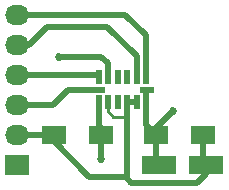
<source format=gtl>
%TF.GenerationSoftware,KiCad,Pcbnew,4.0.2-stable*%
%TF.CreationDate,2016-04-05T17:50:52-04:00*%
%TF.ProjectId,ADXL345 Breakout,4144584C33343520427265616B6F7574,rev?*%
%TF.FileFunction,Copper,L1,Top,Signal*%
%FSLAX46Y46*%
G04 Gerber Fmt 4.6, Leading zero omitted, Abs format (unit mm)*
G04 Created by KiCad (PCBNEW 4.0.2-stable) date 4/5/2016 5:50:52 PM*
%MOMM*%
G01*
G04 APERTURE LIST*
%ADD10C,0.127000*%
%ADD11R,2.999740X1.501140*%
%ADD12R,2.000000X1.600000*%
%ADD13R,2.032000X1.727200*%
%ADD14O,2.032000X1.727200*%
%ADD15R,1.145000X0.550000*%
%ADD16R,0.550000X1.145000*%
%ADD17C,0.685800*%
%ADD18C,0.500000*%
%ADD19C,0.254000*%
G04 APERTURE END LIST*
D10*
D11*
X181068980Y-108712000D03*
X177071020Y-108712000D03*
D12*
X172180000Y-106172000D03*
X168180000Y-106172000D03*
X176816000Y-106172000D03*
X180816000Y-106172000D03*
D13*
X165100000Y-108712000D03*
D14*
X165100000Y-106172000D03*
X165100000Y-103632000D03*
X165100000Y-101092000D03*
X165100000Y-98552000D03*
X165100000Y-96012000D03*
D15*
X171892500Y-102362000D03*
X176087500Y-102362000D03*
D16*
X171990000Y-101264500D03*
X171990000Y-103459500D03*
X172790000Y-101264500D03*
X172790000Y-103459500D03*
X173590000Y-101264500D03*
X173590000Y-103459500D03*
X174390000Y-101264500D03*
X174390000Y-103459500D03*
X175190000Y-101264500D03*
X175190000Y-103459500D03*
X175990000Y-101264500D03*
X175990000Y-103459500D03*
D17*
X168656000Y-99568000D03*
X178308000Y-104140000D03*
X172212000Y-108204000D03*
D18*
X168180000Y-106172000D02*
X168180000Y-106712000D01*
X168180000Y-106712000D02*
X171196000Y-109728000D01*
X171196000Y-109728000D02*
X174390000Y-109728000D01*
X180816000Y-106172000D02*
X180816000Y-108459020D01*
X180816000Y-108459020D02*
X181068980Y-108712000D01*
X181068980Y-108712000D02*
X181068980Y-109507020D01*
X174390000Y-109874000D02*
X174390000Y-109728000D01*
X174390000Y-109728000D02*
X174390000Y-103459500D01*
X174752000Y-110236000D02*
X174390000Y-109874000D01*
X180340000Y-110236000D02*
X174752000Y-110236000D01*
X181068980Y-109507020D02*
X180340000Y-110236000D01*
X165100000Y-106172000D02*
X168180000Y-106172000D01*
D19*
X172790000Y-103459500D02*
X172790000Y-104210000D01*
D18*
X174390000Y-103459500D02*
X174390000Y-104648000D01*
D19*
X172790000Y-104210000D02*
X173228000Y-104648000D01*
X173228000Y-104648000D02*
X174390000Y-104648000D01*
D18*
X180816000Y-108459020D02*
X181068980Y-108712000D01*
X174390000Y-103459500D02*
X175190000Y-103459500D01*
X172790000Y-100146000D02*
X172790000Y-101264500D01*
X172212000Y-99568000D02*
X172790000Y-100146000D01*
X171704000Y-99568000D02*
X172212000Y-99568000D01*
X168656000Y-99568000D02*
X171704000Y-99568000D01*
X178308000Y-104140000D02*
X176816000Y-105632000D01*
X176816000Y-105632000D02*
X176816000Y-106172000D01*
X172180000Y-108172000D02*
X172180000Y-106172000D01*
X172212000Y-108204000D02*
X172180000Y-108172000D01*
X176816000Y-106172000D02*
X176816000Y-108456980D01*
X176816000Y-108456980D02*
X177071020Y-108712000D01*
X175990000Y-103459500D02*
X175990000Y-105346000D01*
X175990000Y-105346000D02*
X176816000Y-106172000D01*
X175990000Y-103459500D02*
X175990000Y-102459500D01*
X175990000Y-102459500D02*
X176087500Y-102362000D01*
X172180000Y-106172000D02*
X172180000Y-105632000D01*
X172180000Y-105632000D02*
X171990000Y-105442000D01*
X171990000Y-105442000D02*
X171990000Y-103459500D01*
X177071020Y-106427020D02*
X176816000Y-106172000D01*
X165100000Y-103632000D02*
X168148000Y-103632000D01*
X169418000Y-102362000D02*
X171892500Y-102362000D01*
X168148000Y-103632000D02*
X169418000Y-102362000D01*
X165100000Y-101092000D02*
X171817500Y-101092000D01*
X171817500Y-101092000D02*
X171990000Y-101264500D01*
X165100000Y-98552000D02*
X166116000Y-98552000D01*
X166116000Y-98552000D02*
X167640000Y-97028000D01*
X167640000Y-97028000D02*
X172720000Y-97028000D01*
X175190000Y-99498000D02*
X175190000Y-101264500D01*
X172720000Y-97028000D02*
X175190000Y-99498000D01*
X165100000Y-96012000D02*
X174244000Y-96012000D01*
X175990000Y-97758000D02*
X175990000Y-101218502D01*
X174244000Y-96012000D02*
X175990000Y-97758000D01*
M02*

</source>
